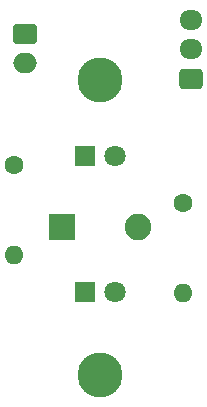
<source format=gbr>
%TF.GenerationSoftware,KiCad,Pcbnew,7.0.9*%
%TF.CreationDate,2024-03-22T21:38:29+01:00*%
%TF.ProjectId,KorrySmallPCB,4b6f7272-7953-46d6-916c-6c5043422e6b,rev?*%
%TF.SameCoordinates,Original*%
%TF.FileFunction,Soldermask,Top*%
%TF.FilePolarity,Negative*%
%FSLAX46Y46*%
G04 Gerber Fmt 4.6, Leading zero omitted, Abs format (unit mm)*
G04 Created by KiCad (PCBNEW 7.0.9) date 2024-03-22 21:38:29*
%MOMM*%
%LPD*%
G01*
G04 APERTURE LIST*
G04 Aperture macros list*
%AMRoundRect*
0 Rectangle with rounded corners*
0 $1 Rounding radius*
0 $2 $3 $4 $5 $6 $7 $8 $9 X,Y pos of 4 corners*
0 Add a 4 corners polygon primitive as box body*
4,1,4,$2,$3,$4,$5,$6,$7,$8,$9,$2,$3,0*
0 Add four circle primitives for the rounded corners*
1,1,$1+$1,$2,$3*
1,1,$1+$1,$4,$5*
1,1,$1+$1,$6,$7*
1,1,$1+$1,$8,$9*
0 Add four rect primitives between the rounded corners*
20,1,$1+$1,$2,$3,$4,$5,0*
20,1,$1+$1,$4,$5,$6,$7,0*
20,1,$1+$1,$6,$7,$8,$9,0*
20,1,$1+$1,$8,$9,$2,$3,0*%
G04 Aperture macros list end*
%ADD10RoundRect,0.250000X-0.750000X0.600000X-0.750000X-0.600000X0.750000X-0.600000X0.750000X0.600000X0*%
%ADD11O,2.000000X1.700000*%
%ADD12C,1.600000*%
%ADD13O,1.600000X1.600000*%
%ADD14C,3.800000*%
%ADD15C,2.600000*%
%ADD16O,1.950000X1.700000*%
%ADD17RoundRect,0.250000X0.725000X-0.600000X0.725000X0.600000X-0.725000X0.600000X-0.725000X-0.600000X0*%
%ADD18C,1.800000*%
%ADD19R,1.800000X1.800000*%
%ADD20R,2.250000X2.250000*%
%ADD21C,2.250000*%
G04 APERTURE END LIST*
D10*
%TO.C,J2*%
X62275000Y-17100000D03*
D11*
X62275000Y-19600000D03*
%TD*%
D12*
%TO.C,R3*%
X75650000Y-31440000D03*
D13*
X75650000Y-39060000D03*
%TD*%
D14*
%TO.C,H2*%
X68650000Y-21000000D03*
D15*
X68650000Y-21000000D03*
%TD*%
%TO.C,H1*%
X68650000Y-46000000D03*
D14*
X68650000Y-46000000D03*
%TD*%
D12*
%TO.C,R4*%
X61400000Y-28190000D03*
D13*
X61400000Y-35810000D03*
%TD*%
D16*
%TO.C,J3*%
X76350000Y-15950000D03*
X76350000Y-18450000D03*
D17*
X76350000Y-20950000D03*
%TD*%
D18*
%TO.C,D4*%
X69915000Y-27500000D03*
D19*
X67375000Y-27500000D03*
%TD*%
D20*
%TO.C,SW1*%
X65400000Y-33500000D03*
D21*
X71900000Y-33500000D03*
%TD*%
D19*
%TO.C,D3*%
X67375000Y-39000000D03*
D18*
X69915000Y-39000000D03*
%TD*%
M02*

</source>
